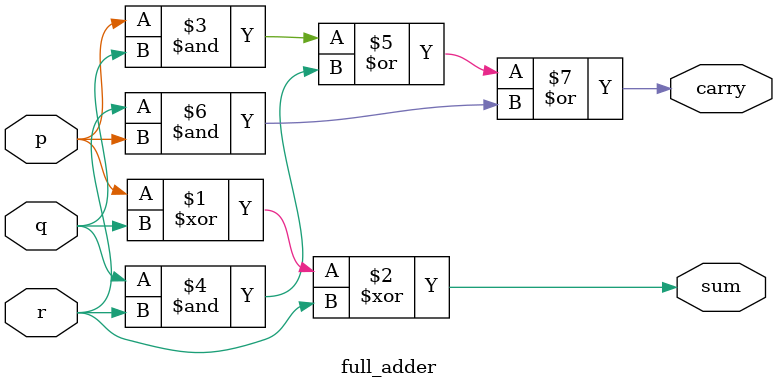
<source format=v>
module full_adder(p,q,r,sum,carry);
input p,q,r;
output sum,carry;


assign	sum = p^q^r;
assign	carry = p&q | q&r | r&p;

endmodule 
</source>
